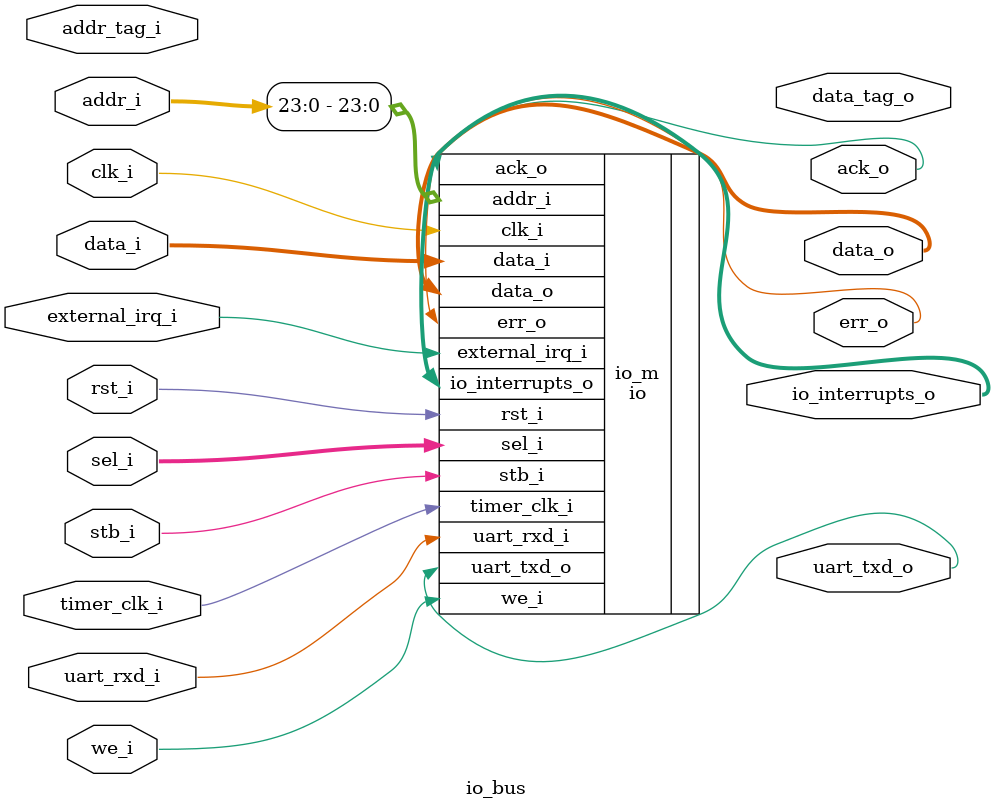
<source format=sv>
/***********************************************************************************************************************
 * Copyright (c) 2024 Virgil Dobjanschi dobjanschivirgil@gmail.com
 *
 * Permission is hereby granted, free of charge, to any person obtaining a copy of this software and associated
 * documentation files (the "Software"), to deal in the Software without restriction, including without limitation the
 * rights to use, copy, modify, merge, publish, distribute, sublicense, and/or sell copies of the Software, and to
 * permit persons to whom the Software is furnished to do so, subject to the following conditions:
 *
 * The above copyright notice and this permission notice shall be included in all copies or substantial portions of
 * the Software.
 *
 * THE SOFTWARE IS PROVIDED "AS IS", WITHOUT WARRANTY OF ANY KIND, EXPRESS OR IMPLIED, INCLUDING BUT NOT LIMITED TO THE
 * WARRANTIES OF MERCHANTABILITY, FITNESS FOR A PARTICULAR PURPOSE AND NONINFRINGEMENT. IN NO EVENT SHALL THE AUTHORS
 * OR COPYRIGHT HOLDERS BE LIABLE FOR ANY CLAIM, DAMAGES OR OTHER LIABILITY, WHETHER IN AN ACTION OF CONTRACT, TORT OR
 * OTHERWISE, ARISING FROM, OUT OF OR IN CONNECTION WITH THE SOFTWARE OR THE USE OR OTHER DEALINGS IN THE SOFTWARE.
 **********************************************************************************************************************/
`timescale 1ns / 1ns
`default_nettype none

`include "memory_map.svh"
`ifdef ENABLE_RV32A_EXT
`include "tags.svh"
`endif

module io_bus #(
    parameter [31:0] CLK_PERIOD_NS = 20,
    parameter [31:0] TIMER_PERIOD_NS = 100) (
    input logic clk_i,
    input logic rst_i,
    input logic stb_i,
    input logic [31:0] addr_i,
    input logic [2:0] addr_tag_i,
    input logic [31:0] data_i,
    input logic [3:0] sel_i,
    input logic we_i,
    output logic ack_o,
    output logic err_o,
    output logic [31:0] data_o,
    output logic data_tag_o,
    // IO clock
    input logic timer_clk_i,
    // Interrupts
    output logic [31:0] io_interrupts_o,
    // UART lines
    output logic uart_txd_o,    // FPGA output: TXD
    input logic uart_rxd_i,     // FPGA input: RXD
    // External interrupts
    input logic external_irq_i);

    io #(.CLK_PERIOD_NS(CLK_PERIOD_NS), .TIMER_PERIOD_NS(TIMER_PERIOD_NS)) io_m (
        .clk_i      (clk_i),
        .rst_i      (rst_i),
        .addr_i     (addr_i[23:0]),
        .data_i     (data_i),
`ifdef ENABLE_RV32A_EXT
        .stb_i      (io_stb_o),
`else
        .stb_i      (stb_i),
`endif
        .sel_i      (sel_i),
        .we_i       (we_i),
`ifdef ENABLE_RV32A_EXT
        .ack_o      (io_ack_i),
`else
        .ack_o      (ack_o),
`endif
        .err_o      (err_o),
        .data_o     (data_o),
        // IO clock
        .timer_clk_i    (timer_clk_i),
        // IO interrupts
        .io_interrupts_o(io_interrupts_o),
        // UART wires
        .uart_txd_o     (uart_txd_o),   // FPGA output: TXD
        .uart_rxd_i     (uart_rxd_i),   // FPGA input: RXD
        .external_irq_i (external_irq_i));

`ifdef ENABLE_RV32A_EXT
    // The request is acknowledged either the io module or by this module if requests are not allowed through
    // due to an atomic lock sc.w fail.
    logic io_ack_i, local_ack;
    assign ack_o = io_ack_i | local_ack;
    // Control if transactions can start by gating the strobe of the IO.
    logic io_forward;
    assign io_forward = ~(we_i &
                            (addr_tag_i == {`ADDR_TAG_MODE_LRSC, `ADDR_TAG_UNLOCK}) && (addr_i != reservation_addr));

    logic io_stb_o;
    assign io_stb_o = stb_i & io_forward;

    logic [31:0] reservation_addr;

    //==================================================================================================================
    // IO bus
    //==================================================================================================================
    always @(posedge clk_i) begin
        if (rst_i) begin
            reservation_addr <= `INVALID_ADDR;
            local_ack <= 1'b0;
        end else begin
            local_ack <= 1'b0;

            if (stb_i & ~io_forward) begin
                // Ack the request since the request to io was not forwarded.
                local_ack <= 1'b1;
                atomic_locks_task;
            end else if (io_ack_i) begin
                atomic_locks_task;
            end
        end
    end

    //==================================================================================================================
    // Handle atomic locks
    //==================================================================================================================
    task atomic_locks_task;
        (* parallel_case, full_case *)
        case (addr_tag_i[2:1])
            `ADDR_TAG_MODE_NONE: begin
                /*
                 * Invalidate the reservation if a regular store instruction writes to the reservation address.
                 */
                if (we_i && addr_i == reservation_addr) reservation_addr <= `INVALID_ADDR;
            end

            `ADDR_TAG_MODE_LRSC: begin
                if (~we_i & (addr_tag_i[0] == `ADDR_TAG_LOCK)) begin
`ifdef D_IO_BUS
                    $display($time, " IO_BUS:    >>>> Register reservation @[%h]", addr_i);
`endif
                    // Register the reservation for lr.w
                    reservation_addr <= addr_i;
                end else if (we_i & (addr_tag_i[0] == `ADDR_TAG_UNLOCK)) begin
                    /*
                     * Validate the reservation for sc.w. io_stb_o stay low and ack is set above.
                     */
`ifdef D_IO_BUS
                    $display($time, " IO_BUS:    <<<< Valid reservation: %h; release reservation @[%h]",
                                addr_i == reservation_addr, addr_i);
`endif
                    /*
                     * Regardless of success or failure, executing an sc.w instruction invalidates any
                     * reservation held by this hart.
                     */
                    reservation_addr <= `INVALID_ADDR;
                end
            end

            `ADDR_TAG_MODE_AMO: begin
                if (~we_i & (addr_tag_i[0] == `ADDR_TAG_LOCK)) begin
                    if (reservation_addr == `INVALID_ADDR) begin
`ifdef D_IO_BUS
                        $display($time, " IO_BUS:    >>>> AMO lock @[%h]", addr_i);
`endif
                        reservation_addr <= addr_i;
                    end else begin
                        // Wait until the address is unlocked.
                    end
                end else if (we_i & (addr_tag_i[0] == `ADDR_TAG_UNLOCK)) begin
`ifdef D_IO_BUS
                    $display($time, " IO_BUS:    >>>> AMO unlock @[%h]", addr_i);
`endif
                    reservation_addr <= `INVALID_ADDR;
                end
            end

            default: begin
                // This is an invalid case
                reservation_addr <= `INVALID_ADDR;
            end
        endcase
    endtask
`endif // ENABLE_RV32A_EXT

endmodule

</source>
